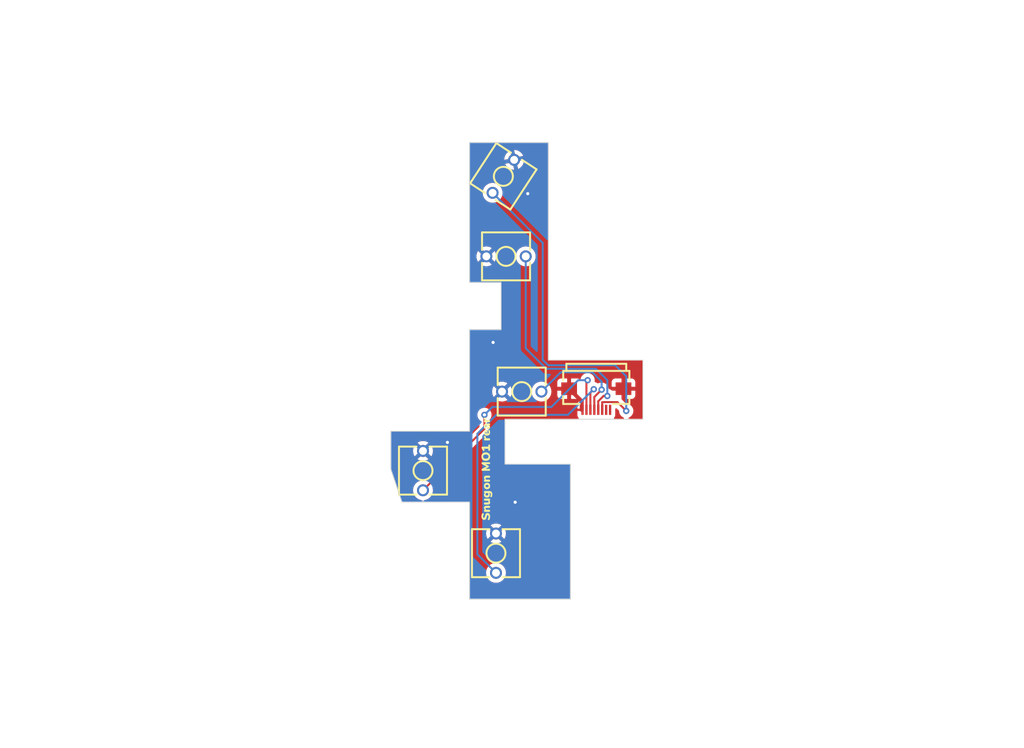
<source format=kicad_pcb>
(kicad_pcb (version 20221018) (generator pcbnew)
  (layers (0 "F.Cu" signal) (31 "B.Cu" signal) (34 "B.Paste" user) (35 "F.Paste" user) (36 "B.SilkS" user "B.Silkscreen") (37 "F.SilkS" user "F.Silkscreen") (38 "B.Mask" user) (39 "F.Mask" user) (44 "Edge.Cuts" user))
  (net 0 "")
  (net 1 "GND")
  (net 2 "SW11_B")
  (net 3 "SW8_B")
  (net 4 "SW9_B")
  (net 5 "SW10_B")
  (net 6 "SW7_B")
  (footprint "0:SW-TH_L6.2-W6.2-P5.00" (layer "F.Cu") (at 114.243 78.567)
    (fp_text reference "SW10" hide)
    (fp_text value "SW_PUSH" hide)
    (pad "1" thru_hole circle (at -2.5 0) (size 1.524 1.524) (drill 1) (layers "*.Cu" "*.Paste" "*.Mask") (net 1 "GND"))
    (pad "2" thru_hole circle (at 2.5 0) (size 1.524 1.524) (drill 1) (layers "*.Cu" "*.Paste" "*.Mask") (net 5 "SW10_B"))
  )
  (footprint "0:SW-TH_L6.2-W6.2-P5.00" (layer "F.Cu") (at 112.966 116.273 -90)
    (fp_text reference "SW8" hide)
    (fp_text value "SW_PUSH" hide)
    (pad "1" thru_hole circle (at -2.5 0 270) (size 1.524 1.524) (drill 1) (layers "*.Cu" "*.Paste" "*.Mask") (net 1 "GND"))
    (pad "2" thru_hole circle (at 2.5 0 270) (size 1.524 1.524) (drill 1) (layers "*.Cu" "*.Paste" "*.Mask") (net 3 "SW8_B"))
  )
  (footprint "0:SW-TH_L6.2-W6.2-P5.00" (layer "F.Cu") (at 103.699 105.784 -90)
    (fp_text reference "SW7" hide)
    (fp_text value "SW_PUSH" hide)
    (pad "1" thru_hole circle (at -2.5 0 270) (size 1.524 1.524) (drill 1) (layers "*.Cu" "*.Paste" "*.Mask") (net 1 "GND"))
    (pad "2" thru_hole circle (at 2.5 0 270) (size 1.524 1.524) (drill 1) (layers "*.Cu" "*.Paste" "*.Mask") (net 6 "SW7_B"))
  )
  (footprint "0:SW-TH_L6.2-W6.2-P5.00" (layer "F.Cu") (at 116.233 95.745)
    (fp_text reference "SW9" hide)
    (fp_text value "SW_PUSH" hide)
    (pad "1" thru_hole circle (at -2.5 0) (size 1.524 1.524) (drill 1) (layers "*.Cu" "*.Paste" "*.Mask") (net 1 "GND"))
    (pad "2" thru_hole circle (at 2.5 0) (size 1.524 1.524) (drill 1) (layers "*.Cu" "*.Paste" "*.Mask") (net 4 "SW9_B"))
  )
  (footprint "0:FFCｺﾈｸﾀ_FPC-SMD_P0.50-8P_FGS-XJ-H2.0" (layer "F.Cu") (at 125.7 96.7185)
    (fp_text reference "J2" hide)
    (fp_text value "Conn_01x8_Pin + 2" hide)
    (pad "1" smd rect (at -1.75 1.34) (size 0.3 1.3) (layers "F.Cu" "F.Paste" "F.Mask") (net 1 "GND"))
    (pad "2" smd rect (at -1.252 1.338) (size 0.3 1.3) (layers "F.Cu" "F.Paste" "F.Mask") (net 6 "SW7_B"))
    (pad "3" smd rect (at -0.75 1.34) (size 0.3 1.3) (layers "F.Cu" "F.Paste" "F.Mask") (net 3 "SW8_B"))
    (pad "4" smd rect (at -0.25 1.34) (size 0.3 1.3) (layers "F.Cu" "F.Paste" "F.Mask") (net 4 "SW9_B"))
    (pad "5" smd rect (at 0.25 1.34) (size 0.3 1.3) (layers "F.Cu" "F.Paste" "F.Mask") (net 5 "SW10_B"))
    (pad "6" smd rect (at 0.75 1.34) (size 0.3 1.3) (layers "F.Cu" "F.Paste" "F.Mask") (net 2 "SW11_B"))
    (pad "7" smd rect (at 1.25 1.34) (size 0.3 1.3) (layers "F.Cu" "F.Paste" "F.Mask"))
    (pad "8" smd rect (at 1.75 1.34) (size 0.3 1.3) (layers "F.Cu" "F.Paste" "F.Mask"))
    (pad "9" smd rect (at 3.45 -1.34 270) (size 1.6 2) (layers "F.Cu" "F.Paste" "F.Mask") (net 1 "GND"))
    (pad "10" smd rect (at -3.45 -1.34 270) (size 1.6 2) (layers "F.Cu" "F.Paste" "F.Mask") (net 1 "GND"))
  )
  (footprint "Logos:Snugon MO1 rear" (layer "F.Cu") (at 112 105.6 90)
    (fp_text reference "G***" hide)
    (fp_text value "LOGO" hide)
  )
  (footprint "0:SW-TH_L6.2-W6.2-P5.00" (layer "F.Cu") (at 113.902 68.402 -123.125)
    (fp_text reference "SW11" hide)
    (fp_text value "SW_PUSH" hide)
    (pad "1" thru_hole circle (at -2.5 0 236.875) (size 1.524 1.524) (drill 1) (layers "*.Cu" "*.Paste" "*.Mask") (net 1 "GND"))
    (pad "2" thru_hole circle (at 2.5 0 236.875) (size 1.524 1.524) (drill 1) (layers "*.Cu" "*.Paste" "*.Mask") (net 2 "SW11_B"))
  )
  (gr_line (start 122.412 104.959) (end 114.112 104.959) (stroke (width 0.1)) (layer "Edge.Cuts"))
  (gr_line (start 109.612 122.112) (end 109.612 109.785) (stroke (width 0.1)) (layer "Edge.Cuts"))
  (gr_line (start 109.612 122.112) (end 122.412 122.112) (stroke (width 0.1)) (layer "Edge.Cuts"))
  (gr_line (start 109.612 64.112) (end 109.612 81.875) (stroke (width 0.1)) (layer "Edge.Cuts"))
  (gr_line (start 122.412 122.112) (end 122.412 104.959) (stroke (width 0.1)) (layer "Edge.Cuts"))
  (gr_line (start 109.612 100.785) (end 99.612 100.785) (stroke (width 0.1)) (layer "Edge.Cuts"))
  (gr_line (start 99.612 105.585) (end 99.612 100.785) (stroke (width 0.1)) (layer "Edge.Cuts"))
  (gr_line (start 109.612 81.875) (end 113.612 81.875) (stroke (width 0.1)) (layer "Edge.Cuts"))
  (gr_line (start 109.612 109.785) (end 101.03 109.785) (stroke (width 0.1)) (layer "Edge.Cuts"))
  (gr_line (start 131.612 99.259) (end 114.112 99.259) (stroke (width 0.1)) (layer "Edge.Cuts"))
  (gr_line (start 119.612 64.112) (end 109.612 64.112) (stroke (width 0.1)) (layer "Edge.Cuts"))
  (gr_line (start 109.612 87.875) (end 113.612 87.875) (stroke (width 0.1)) (layer "Edge.Cuts"))
  (gr_line (start 114.112 104.959) (end 114.112 99.259) (stroke (width 0.1)) (layer "Edge.Cuts"))
  (gr_line (start 113.612 81.875) (end 113.612 87.875) (stroke (width 0.1)) (layer "Edge.Cuts"))
  (gr_line (start 131.612 99.259) (end 131.612 91.745) (stroke (width 0.1)) (layer "Edge.Cuts"))
  (gr_line (start 101.03 109.785) (end 99.612 105.585) (stroke (width 0.1)) (layer "Edge.Cuts"))
  (gr_line (start 119.612 91.745) (end 119.612 64.112) (stroke (width 0.1)) (layer "Edge.Cuts"))
  (gr_line (start 119.612 91.745) (end 131.612 91.745) (stroke (width 0.1)) (layer "Edge.Cuts"))
  (gr_line (start 109.612 87.875) (end 109.612 100.785) (stroke (width 0.1)) (layer "Edge.Cuts"))
  (segment (start 123.848 96.9765) (end 123.848 98.0585) (width 0.5) (layer "F.Cu") (net 1))
  (segment (start 122.25 95.3785) (end 123.848 96.9765) (width 0.5) (layer "F.Cu") (net 1))
  (via (at 115.4 109.8) (size 0.8) (drill 0.4) (layers "F.Cu" "B.Cu") (net 1))
  (via (at 112.6 89.5) (size 0.8) (drill 0.4) (layers "F.Cu" "B.Cu") (net 1))
  (via (at 117 70.6) (size 0.8) (drill 0.4) (layers "F.Cu" "B.Cu") (net 1))
  (via (at 106.8 102.2) (size 0.8) (drill 0.4) (layers "F.Cu" "B.Cu") (net 1))
  (segment (start 128.3835 97.0835) (end 126.475 97.0835) (width 0.25) (layer "F.Cu") (net 2))
  (segment (start 129.5 98.2) (end 128.3835 97.0835) (width 0.25) (layer "F.Cu") (net 2))
  (segment (start 126.475 97.0835) (end 126.45 97.1085) (width 0.25) (layer "F.Cu") (net 2))
  (segment (start 126.45 97.1085) (end 126.45 98.0585) (width 0.25) (layer "F.Cu") (net 2))
  (via (at 129.5 98.2) (size 0.8) (drill 0.4) (layers "F.Cu" "B.Cu") (net 2))
  (segment (start 118.9 76.85987) (end 112.535831 70.495701) (width 0.25) (layer "B.Cu") (net 2))
  (segment (start 119.6 92.4) (end 118.9 91.7) (width 0.25) (layer "B.Cu") (net 2))
  (segment (start 118.9 91.7) (end 118.9 76.85987) (width 0.25) (layer "B.Cu") (net 2))
  (segment (start 129.5 98.2) (end 129.5 93.8) (width 0.25) (layer "B.Cu") (net 2))
  (segment (start 128.1 92.4) (end 119.6 92.4) (width 0.25) (layer "B.Cu") (net 2))
  (segment (start 129.5 93.8) (end 128.1 92.4) (width 0.25) (layer "B.Cu") (net 2))
  (segment (start 125.377378 95.44749) (end 124.95 95.874868) (width 0.25) (layer "F.Cu") (net 3))
  (segment (start 124.95 95.874868) (end 124.95 98.0585) (width 0.25) (layer "F.Cu") (net 3))
  (via (at 125.377378 95.44749) (size 0.8) (drill 0.4) (layers "F.Cu" "B.Cu") (net 3))
  (segment (start 125.35251 95.44749) (end 122.1 98.7) (width 0.25) (layer "B.Cu") (net 3))
  (segment (start 125.377378 95.44749) (end 125.35251 95.44749) (width 0.25) (layer "B.Cu") (net 3))
  (segment (start 110.6 101.1) (end 110.6 116.407) (width 0.25) (layer "B.Cu") (net 3))
  (segment (start 122.1 98.7) (end 113 98.7) (width 0.25) (layer "B.Cu") (net 3))
  (segment (start 110.6 116.407) (end 112.966 118.773) (width 0.25) (layer "B.Cu") (net 3))
  (segment (start 113 98.7) (end 110.6 101.1) (width 0.25) (layer "B.Cu") (net 3))
  (segment (start 126.3755 95.5) (end 125.45 96.4255) (width 0.25) (layer "F.Cu") (net 4))
  (segment (start 125.45 96.4255) (end 125.45 98.0585) (width 0.25) (layer "F.Cu") (net 4))
  (via (at 126.3755 95.5) (size 0.8) (drill 0.4) (layers "F.Cu" "B.Cu") (net 4))
  (segment (start 125.2 93.3) (end 121.2 93.3) (width 0.25) (layer "B.Cu") (net 4))
  (segment (start 126.3755 95.5) (end 126.3755 94.4755) (width 0.25) (layer "B.Cu") (net 4))
  (segment (start 121.2 93.3) (end 121.1 93.4) (width 0.25) (layer "B.Cu") (net 4))
  (segment (start 126.3755 94.4755) (end 125.2 93.3) (width 0.25) (layer "B.Cu") (net 4))
  (segment (start 121.1 93.4) (end 121.078 93.4) (width 0.25) (layer "B.Cu") (net 4))
  (segment (start 121.078 93.4) (end 118.733 95.745) (width 0.25) (layer "B.Cu") (net 4))
  (segment (start 127.1 96.3) (end 126.622104 96.3) (width 0.25) (layer "F.Cu") (net 5))
  (segment (start 126.622104 96.3) (end 125.95 96.972104) (width 0.25) (layer "F.Cu") (net 5))
  (segment (start 125.95 96.972104) (end 125.95 98.0585) (width 0.25) (layer "F.Cu") (net 5))
  (via (at 127.1 96.3) (size 0.8) (drill 0.4) (layers "F.Cu" "B.Cu") (net 5))
  (segment (start 125.65 92.85) (end 119.35 92.85) (width 0.25) (layer "B.Cu") (net 5))
  (segment (start 127.1 94.3) (end 125.65 92.85) (width 0.25) (layer "B.Cu") (net 5))
  (segment (start 127.1 96.3) (end 127.1 94.3) (width 0.25) (layer "B.Cu") (net 5))
  (segment (start 116.743 90.243) (end 116.743 78.567) (width 0.25) (layer "B.Cu") (net 5))
  (segment (start 119.35 92.85) (end 116.743 90.243) (width 0.25) (layer "B.Cu") (net 5))
  (segment (start 124.448 98.0565) (end 124.448 94.452) (width 0.25) (layer "F.Cu") (net 6))
  (segment (start 111.5 98.7) (end 111.5 100.483) (width 0.25) (layer "F.Cu") (net 6))
  (segment (start 111.5 100.483) (end 103.699 108.284) (width 0.25) (layer "F.Cu") (net 6))
  (segment (start 124.448 94.452) (end 124.6 94.3) (width 0.25) (layer "F.Cu") (net 6))
  (via (at 111.5 98.7) (size 0.8) (drill 0.4) (layers "F.Cu" "B.Cu") (net 6))
  (via (at 124.6 94.3) (size 0.8) (drill 0.4) (layers "F.Cu" "B.Cu") (net 6))
  (segment (start 124.6 94.3) (end 123.4 94.3) (width 0.25) (layer "B.Cu") (net 6))
  (segment (start 112.5 97.7) (end 111.5 98.7) (width 0.25) (layer "B.Cu") (net 6))
  (segment (start 123.4 94.3) (end 120 97.7) (width 0.25) (layer "B.Cu") (net 6))
  (segment (start 120 97.7) (end 112.5 97.7) (width 0.25) (layer "B.Cu") (net 6))
  (zone (net 1) (net_name "GND") (layer "F.Cu") (connect_pads (clearance 0.5)) (min_thickness 0.25) (fill yes (thermal_gap 0.5) (thermal_bridge_width 0.5) (island_removal_mode 1) (island_area_min 10))
    (polygon (pts (xy 50 46) (xy 50 141) (xy 180 141) (xy 180 46)))
  )
  (zone (net 1) (net_name "GND") (layer "B.Cu") (priority 1) (connect_pads (clearance 0.5)) (min_thickness 0.25) (fill yes (thermal_gap 0.5) (thermal_bridge_width 0.5))
    (polygon (pts (xy 51 47) (xy 51 140) (xy 179 140) (xy 179 47)))
  )
)
</source>
